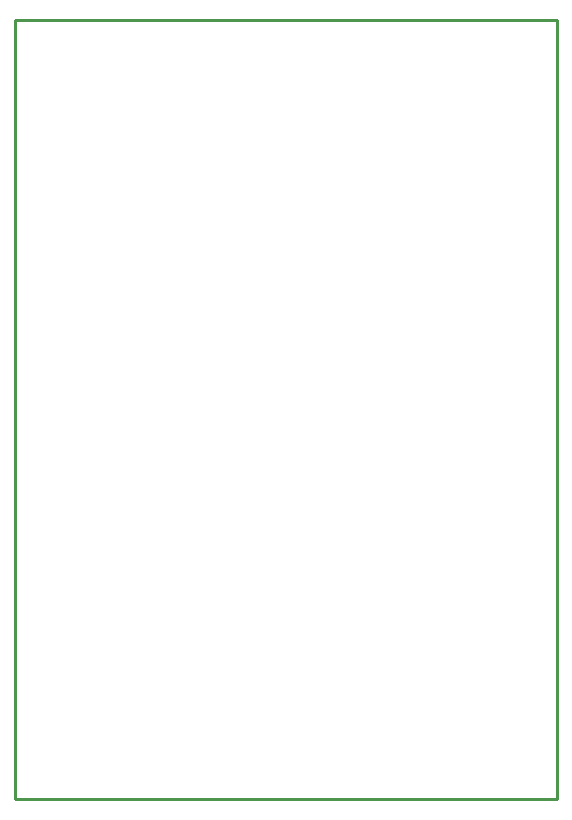
<source format=gko>
G04 Layer: BoardOutline*
G04 EasyEDA v6.4.7, 2021-04-23T08:58:56+01:00*
G04 f878487c93b54eac8d99160b99debade,c10319bd9b054561a6d5c4568292690b,NaN*
G04 Gerber Generator version 0.2*
G04 Scale: 100 percent, Rotated: No, Reflected: No *
G04 Dimensions in millimeters *
G04 leading zeros omitted , absolute positions ,3 integer and 3 decimal *
%FSLAX33Y33*%
%MOMM*%
G90*
D02*

%ADD10C,0.254000*%
G54D10*
G01X0Y65913D02*
G01X45847Y65913D01*
G01X45847Y0D01*
G01X0Y0D01*
G01X0Y65913D01*

%LPD*%
M00*
M02*

</source>
